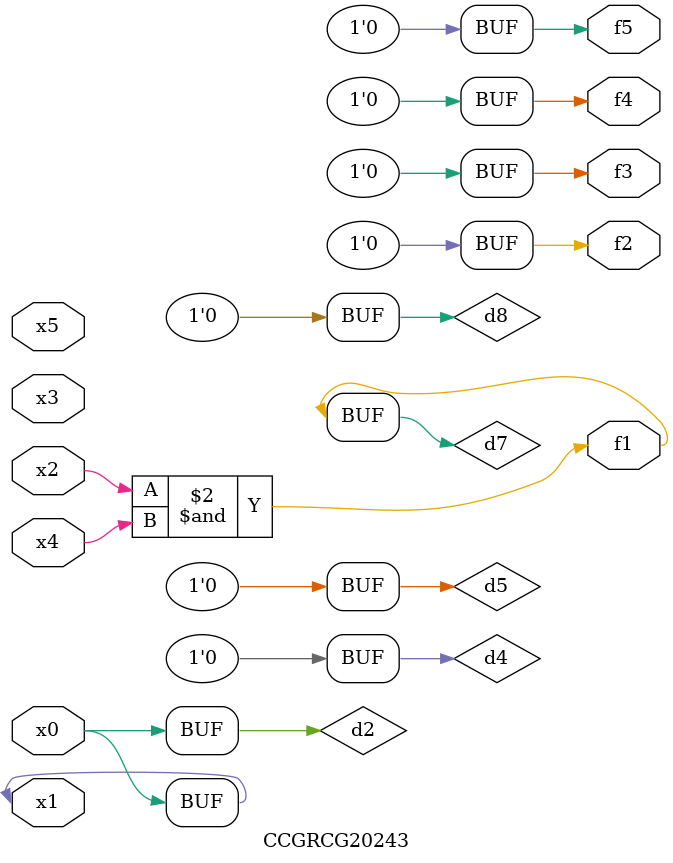
<source format=v>
module CCGRCG20243(
	input x0, x1, x2, x3, x4, x5,
	output f1, f2, f3, f4, f5
);

	wire d1, d2, d3, d4, d5, d6, d7, d8, d9;

	nand (d1, x1);
	buf (d2, x0, x1);
	nand (d3, x2, x4);
	and (d4, d1, d2);
	and (d5, d1, d2);
	nand (d6, d1, d3);
	not (d7, d3);
	xor (d8, d5);
	nor (d9, d5, d6);
	assign f1 = d7;
	assign f2 = d8;
	assign f3 = d8;
	assign f4 = d8;
	assign f5 = d8;
endmodule

</source>
